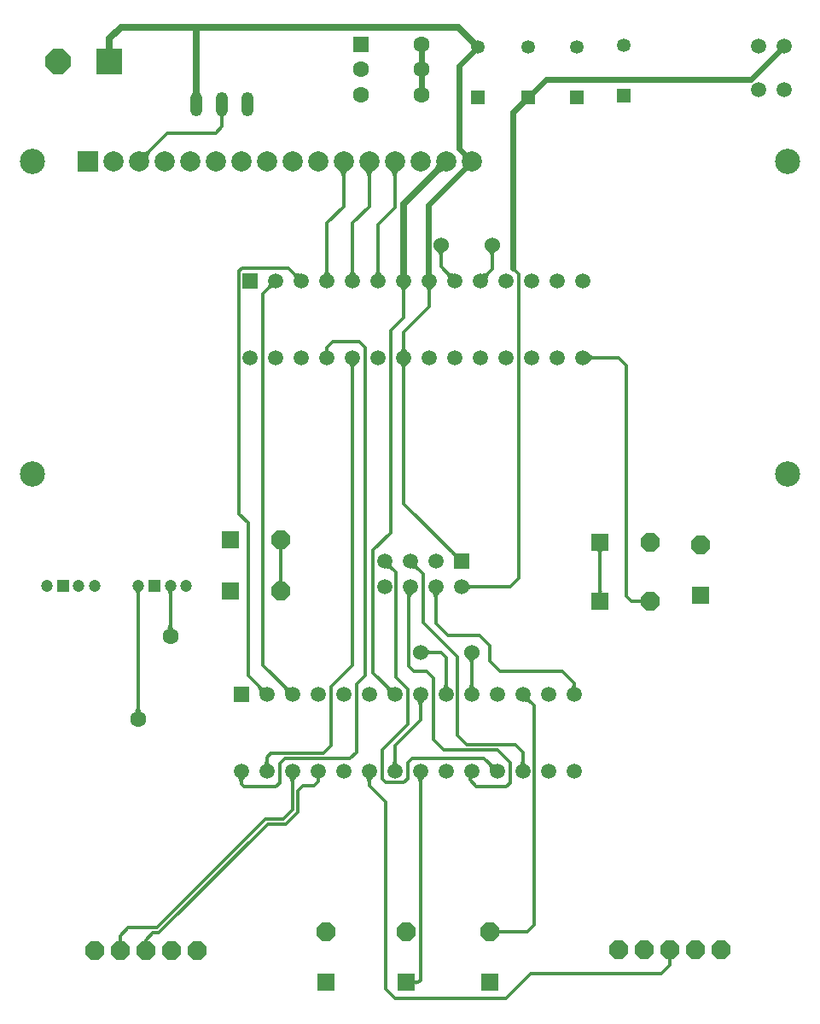
<source format=gtl>
G04 Layer_Physical_Order=1*
G04 Layer_Color=255*
%FSLAX25Y25*%
%MOIN*%
G70*
G01*
G75*
%ADD10C,0.01200*%
%ADD11C,0.02500*%
%ADD12C,0.02200*%
%ADD13R,0.05905X0.05905*%
%ADD14C,0.05905*%
%ADD15R,0.05315X0.05315*%
%ADD16C,0.05315*%
%ADD17O,0.04800X0.09600*%
%ADD18R,0.09842X0.09842*%
%ADD19P,0.10653X8X22.5*%
%ADD20P,0.07671X8X22.5*%
%ADD21R,0.07087X0.07087*%
%ADD22P,0.07671X8X112.5*%
%ADD23R,0.07087X0.07087*%
%ADD24C,0.09842*%
%ADD25R,0.07874X0.07874*%
%ADD26C,0.07874*%
%ADD27R,0.05905X0.05905*%
%ADD28C,0.04724*%
%ADD29R,0.04724X0.04724*%
%ADD30C,0.06000*%
%ADD31R,0.06299X0.06299*%
%ADD32C,0.06299*%
G36*
X375609Y437854D02*
X375635Y437567D01*
X375679Y437301D01*
X375740Y437058D01*
X375819Y436837D01*
X375916Y436637D01*
X376029Y436459D01*
X376161Y436303D01*
X376310Y436169D01*
X376476Y436057D01*
X373524D01*
X373690Y436169D01*
X373839Y436303D01*
X373971Y436459D01*
X374084Y436637D01*
X374181Y436837D01*
X374260Y437058D01*
X374321Y437301D01*
X374365Y437567D01*
X374391Y437854D01*
X374400Y438163D01*
X375600D01*
X375609Y437854D01*
D02*
G37*
G36*
X385609D02*
X385635Y437567D01*
X385679Y437301D01*
X385740Y437058D01*
X385819Y436837D01*
X385915Y436637D01*
X386029Y436459D01*
X386161Y436303D01*
X386310Y436169D01*
X386476Y436057D01*
X383524D01*
X383690Y436169D01*
X383839Y436303D01*
X383971Y436459D01*
X384085Y436637D01*
X384181Y436837D01*
X384260Y437058D01*
X384321Y437301D01*
X384365Y437567D01*
X384391Y437854D01*
X384400Y438163D01*
X385600D01*
X385609Y437854D01*
D02*
G37*
G36*
X425607Y437710D02*
X425628Y437443D01*
X425662Y437200D01*
X425710Y436981D01*
X425772Y436785D01*
X425848Y436612D01*
X425938Y436463D01*
X426041Y436337D01*
X426158Y436235D01*
X426289Y436156D01*
X423711D01*
X423842Y436235D01*
X423959Y436337D01*
X424062Y436463D01*
X424152Y436612D01*
X424228Y436785D01*
X424290Y436981D01*
X424338Y437200D01*
X424372Y437443D01*
X424393Y437710D01*
X424400Y438000D01*
X425600D01*
X425607Y437710D01*
D02*
G37*
G36*
X352352Y437009D02*
X352573Y436825D01*
X352792Y436668D01*
X353008Y436539D01*
X353220Y436439D01*
X353429Y436366D01*
X353636Y436320D01*
X353839Y436303D01*
X354039Y436314D01*
X354236Y436352D01*
X352148Y434264D01*
X352186Y434461D01*
X352197Y434661D01*
X352180Y434865D01*
X352134Y435071D01*
X352062Y435280D01*
X351961Y435493D01*
X351832Y435708D01*
X351675Y435926D01*
X351491Y436148D01*
X351279Y436373D01*
X352127Y437221D01*
X352352Y437009D01*
D02*
G37*
G36*
X407814Y432539D02*
X407803Y432339D01*
X407820Y432135D01*
X407865Y431929D01*
X407938Y431720D01*
X408039Y431507D01*
X408168Y431292D01*
X408325Y431074D01*
X408509Y430852D01*
X408721Y430627D01*
X407873Y429779D01*
X407648Y429991D01*
X407427Y430175D01*
X407208Y430332D01*
X406992Y430461D01*
X406780Y430561D01*
X406571Y430634D01*
X406364Y430680D01*
X406161Y430697D01*
X405961Y430686D01*
X405764Y430648D01*
X407852Y432736D01*
X407814Y432539D01*
D02*
G37*
G36*
X302352Y437009D02*
X302573Y436825D01*
X302792Y436668D01*
X303008Y436539D01*
X303220Y436439D01*
X303429Y436366D01*
X303636Y436320D01*
X303839Y436303D01*
X304039Y436314D01*
X304236Y436352D01*
X302148Y434264D01*
X302186Y434461D01*
X302197Y434661D01*
X302180Y434865D01*
X302134Y435071D01*
X302062Y435280D01*
X301961Y435493D01*
X301832Y435708D01*
X301675Y435926D01*
X301491Y436148D01*
X301279Y436373D01*
X302127Y437221D01*
X302352Y437009D01*
D02*
G37*
G36*
X312352D02*
X312574Y436825D01*
X312792Y436668D01*
X313007Y436539D01*
X313220Y436439D01*
X313429Y436366D01*
X313635Y436320D01*
X313839Y436303D01*
X314039Y436314D01*
X314236Y436352D01*
X312148Y434264D01*
X312186Y434461D01*
X312197Y434661D01*
X312180Y434865D01*
X312135Y435071D01*
X312062Y435280D01*
X311961Y435493D01*
X311832Y435708D01*
X311675Y435926D01*
X311491Y436148D01*
X311279Y436373D01*
X312127Y437221D01*
X312352Y437009D01*
D02*
G37*
G36*
X386329Y447287D02*
X386176Y447150D01*
X386041Y446991D01*
X385924Y446810D01*
X385825Y446607D01*
X385744Y446382D01*
X385681Y446134D01*
X385636Y445865D01*
X385609Y445574D01*
X385600Y445261D01*
X384400D01*
X384391Y445574D01*
X384364Y445865D01*
X384319Y446134D01*
X384256Y446382D01*
X384175Y446607D01*
X384076Y446810D01*
X383959Y446991D01*
X383824Y447150D01*
X383671Y447287D01*
X383500Y447402D01*
X386500D01*
X386329Y447287D01*
D02*
G37*
G36*
X372310Y472831D02*
X372161Y472697D01*
X372029Y472541D01*
X371916Y472363D01*
X371819Y472163D01*
X371740Y471942D01*
X371679Y471699D01*
X371635Y471433D01*
X371609Y471146D01*
X371600Y470837D01*
X370400D01*
X370391Y471146D01*
X370365Y471433D01*
X370321Y471699D01*
X370260Y471942D01*
X370181Y472163D01*
X370085Y472363D01*
X369971Y472541D01*
X369839Y472697D01*
X369690Y472831D01*
X369524Y472943D01*
X372476D01*
X372310Y472831D01*
D02*
G37*
G36*
X255771Y473877D02*
X255673Y473781D01*
X255586Y473664D01*
X255510Y473528D01*
X255446Y473372D01*
X255394Y473197D01*
X255353Y473002D01*
X255324Y472787D01*
X255307Y472552D01*
X255301Y472298D01*
X254101D01*
X254095Y472552D01*
X254048Y473002D01*
X254008Y473197D01*
X253956Y473372D01*
X253892Y473528D01*
X253816Y473664D01*
X253729Y473781D01*
X253630Y473877D01*
X253520Y473954D01*
X255882D01*
X255771Y473877D01*
D02*
G37*
G36*
X268370D02*
X268271Y473781D01*
X268184Y473664D01*
X268108Y473528D01*
X268044Y473372D01*
X267992Y473197D01*
X267951Y473002D01*
X267922Y472787D01*
X267905Y472552D01*
X267899Y472298D01*
X266699D01*
X266693Y472552D01*
X266647Y473002D01*
X266606Y473197D01*
X266554Y473372D01*
X266490Y473528D01*
X266414Y473664D01*
X266327Y473781D01*
X266229Y473877D01*
X266118Y473954D01*
X268480D01*
X268370Y473877D01*
D02*
G37*
G36*
X362116Y472766D02*
X361942Y472679D01*
X361787Y472567D01*
X361649Y472431D01*
X361530Y472269D01*
X361429Y472083D01*
X361347Y471873D01*
X361282Y471637D01*
X361237Y471377D01*
X361209Y471092D01*
X361200Y470782D01*
X360000Y470950D01*
X359992Y471258D01*
X359968Y471547D01*
X359927Y471817D01*
X359871Y472067D01*
X359798Y472299D01*
X359709Y472511D01*
X359604Y472704D01*
X359482Y472877D01*
X359345Y473031D01*
X359191Y473166D01*
X362116Y472766D01*
D02*
G37*
G36*
X367713Y451329D02*
X367850Y451176D01*
X368009Y451041D01*
X368190Y450924D01*
X368393Y450825D01*
X368618Y450744D01*
X368866Y450681D01*
X369135Y450636D01*
X369426Y450609D01*
X369739Y450600D01*
Y449400D01*
X369426Y449391D01*
X369135Y449364D01*
X368866Y449319D01*
X368618Y449256D01*
X368393Y449175D01*
X368190Y449076D01*
X368009Y448959D01*
X367850Y448824D01*
X367713Y448671D01*
X367598Y448500D01*
Y451500D01*
X367713Y451329D01*
D02*
G37*
G36*
X267909Y460974D02*
X267938Y460670D01*
X267987Y460388D01*
X268055Y460129D01*
X268143Y459892D01*
X268250Y459678D01*
X268377Y459486D01*
X268523Y459317D01*
X268689Y459171D01*
X268874Y459047D01*
X265724D01*
X265910Y459171D01*
X266075Y459317D01*
X266221Y459486D01*
X266348Y459678D01*
X266456Y459892D01*
X266543Y460129D01*
X266612Y460388D01*
X266660Y460670D01*
X266689Y460974D01*
X266699Y461301D01*
X267899D01*
X267909Y460974D01*
D02*
G37*
G36*
X451323Y468800D02*
X451311Y468914D01*
X451275Y469016D01*
X451214Y469106D01*
X451129Y469184D01*
X451020Y469250D01*
X450887Y469304D01*
X450729Y469346D01*
X450548Y469376D01*
X450342Y469394D01*
X450111Y469400D01*
Y470600D01*
X450342Y470606D01*
X450548Y470624D01*
X450729Y470654D01*
X450887Y470696D01*
X451020Y470750D01*
X451129Y470816D01*
X451214Y470894D01*
X451275Y470984D01*
X451311Y471086D01*
X451323Y471200D01*
Y468800D01*
D02*
G37*
G36*
X366310Y430831D02*
X366161Y430697D01*
X366029Y430541D01*
X365915Y430363D01*
X365819Y430163D01*
X365740Y429942D01*
X365679Y429699D01*
X365635Y429433D01*
X365609Y429146D01*
X365600Y428837D01*
X364400D01*
X364391Y429146D01*
X364365Y429433D01*
X364321Y429699D01*
X364260Y429942D01*
X364181Y430163D01*
X364085Y430363D01*
X363971Y430541D01*
X363839Y430697D01*
X363690Y430831D01*
X363524Y430943D01*
X366476D01*
X366310Y430831D01*
D02*
G37*
G36*
X395543Y341929D02*
X395579Y341827D01*
X395639Y341737D01*
X395723Y341659D01*
X395831Y341593D01*
X395963Y341539D01*
X396119Y341497D01*
X396299Y341467D01*
X396503Y341449D01*
X396731Y341443D01*
Y340243D01*
X396503Y340237D01*
X396299Y340219D01*
X396119Y340189D01*
X395963Y340147D01*
X395831Y340093D01*
X395723Y340027D01*
X395639Y339949D01*
X395579Y339859D01*
X395543Y339757D01*
X395531Y339643D01*
Y342043D01*
X395543Y341929D01*
D02*
G37*
G36*
X296310Y400831D02*
X296161Y400697D01*
X296029Y400541D01*
X295916Y400363D01*
X295819Y400163D01*
X295740Y399942D01*
X295679Y399699D01*
X295635Y399433D01*
X295609Y399146D01*
X295600Y398837D01*
X294400D01*
X294391Y399146D01*
X294365Y399433D01*
X294321Y399699D01*
X294260Y399942D01*
X294181Y400163D01*
X294085Y400363D01*
X293971Y400541D01*
X293839Y400697D01*
X293690Y400831D01*
X293524Y400943D01*
X296476D01*
X296310Y400831D01*
D02*
G37*
G36*
X316310D02*
X316161Y400697D01*
X316029Y400541D01*
X315915Y400363D01*
X315819Y400163D01*
X315740Y399942D01*
X315679Y399699D01*
X315635Y399433D01*
X315609Y399146D01*
X315600Y398837D01*
X314400D01*
X314391Y399146D01*
X314365Y399433D01*
X314321Y399699D01*
X314260Y399942D01*
X314181Y400163D01*
X314085Y400363D01*
X313971Y400541D01*
X313839Y400697D01*
X313690Y400831D01*
X313524Y400943D01*
X316476D01*
X316310Y400831D01*
D02*
G37*
G36*
X258282Y337555D02*
X258313Y337046D01*
X258322Y337026D01*
X258331Y337019D01*
X257031D01*
X257041Y337026D01*
X257049Y337046D01*
X257057Y337079D01*
X257063Y337125D01*
X257073Y337258D01*
X257081Y337681D01*
X258281D01*
X258282Y337555D01*
D02*
G37*
G36*
X363031Y322183D02*
X363065Y322094D01*
X363122Y322015D01*
X363201Y321947D01*
X363304Y321889D01*
X363429Y321842D01*
X363577Y321805D01*
X363748Y321778D01*
X363941Y321763D01*
X364157Y321757D01*
Y320557D01*
X363941Y320552D01*
X363748Y320536D01*
X363577Y320510D01*
X363429Y320473D01*
X363304Y320426D01*
X363201Y320368D01*
X363122Y320300D01*
X363065Y320221D01*
X363031Y320131D01*
X363019Y320031D01*
Y322284D01*
X363031Y322183D01*
D02*
G37*
G36*
X463586Y330469D02*
X463484Y330432D01*
X463394Y330372D01*
X463316Y330287D01*
X463250Y330178D01*
X463196Y330044D01*
X463154Y329887D01*
X463124Y329705D01*
X463106Y329499D01*
X463100Y329269D01*
X461900D01*
X461894Y329499D01*
X461876Y329705D01*
X461846Y329887D01*
X461804Y330044D01*
X461750Y330178D01*
X461684Y330287D01*
X461606Y330372D01*
X461516Y330432D01*
X461414Y330469D01*
X461300Y330481D01*
X463700D01*
X463586Y330469D01*
D02*
G37*
G36*
X248287Y338001D02*
X248305Y337795D01*
X248335Y337613D01*
X248377Y337456D01*
X248431Y337322D01*
X248497Y337213D01*
X248575Y337128D01*
X248665Y337068D01*
X248767Y337031D01*
X248881Y337019D01*
X246481D01*
X246595Y337031D01*
X246697Y337068D01*
X246787Y337128D01*
X246865Y337213D01*
X246931Y337322D01*
X246985Y337456D01*
X247027Y337613D01*
X247057Y337795D01*
X247075Y338001D01*
X247081Y338231D01*
X248281D01*
X248287Y338001D01*
D02*
G37*
G36*
X346310Y400831D02*
X346161Y400697D01*
X346029Y400541D01*
X345916Y400363D01*
X345819Y400163D01*
X345740Y399942D01*
X345679Y399699D01*
X345635Y399433D01*
X345609Y399146D01*
X345600Y398837D01*
X344400D01*
X344391Y399146D01*
X344365Y399433D01*
X344321Y399699D01*
X344260Y399942D01*
X344181Y400163D01*
X344085Y400363D01*
X343971Y400541D01*
X343839Y400697D01*
X343690Y400831D01*
X343524Y400943D01*
X346476D01*
X346310Y400831D01*
D02*
G37*
G36*
X355609Y407854D02*
X355635Y407567D01*
X355679Y407301D01*
X355740Y407058D01*
X355819Y406837D01*
X355915Y406637D01*
X356029Y406459D01*
X356161Y406303D01*
X356310Y406169D01*
X356476Y406057D01*
X353524D01*
X353690Y406169D01*
X353839Y406303D01*
X353971Y406459D01*
X354084Y406637D01*
X354181Y406837D01*
X354260Y407058D01*
X354321Y407301D01*
X354365Y407567D01*
X354391Y407854D01*
X354400Y408163D01*
X355600D01*
X355609Y407854D01*
D02*
G37*
G36*
X405609D02*
X405635Y407567D01*
X405679Y407301D01*
X405740Y407058D01*
X405819Y406837D01*
X405915Y406637D01*
X406029Y406459D01*
X406161Y406303D01*
X406310Y406169D01*
X406476Y406057D01*
X403524D01*
X403690Y406169D01*
X403839Y406303D01*
X403971Y406459D01*
X404084Y406637D01*
X404181Y406837D01*
X404260Y407058D01*
X404321Y407301D01*
X404365Y407567D01*
X404391Y407854D01*
X404400Y408163D01*
X405600D01*
X405609Y407854D01*
D02*
G37*
G36*
X255311Y428676D02*
X255340Y428371D01*
X255388Y428090D01*
X255457Y427830D01*
X255544Y427594D01*
X255652Y427380D01*
X255779Y427188D01*
X255925Y427019D01*
X256090Y426873D01*
X256276Y426749D01*
X253126D01*
X253311Y426873D01*
X253477Y427019D01*
X253623Y427188D01*
X253750Y427380D01*
X253857Y427594D01*
X253945Y427830D01*
X254013Y428090D01*
X254062Y428371D01*
X254091Y428676D01*
X254101Y429003D01*
X255301D01*
X255311Y428676D01*
D02*
G37*
G36*
X305609Y407854D02*
X305635Y407567D01*
X305679Y407301D01*
X305740Y407058D01*
X305819Y406837D01*
X305915Y406637D01*
X306029Y406459D01*
X306161Y406303D01*
X306310Y406169D01*
X306476Y406057D01*
X303524D01*
X303690Y406169D01*
X303839Y406303D01*
X303971Y406459D01*
X304084Y406637D01*
X304181Y406837D01*
X304260Y407058D01*
X304321Y407301D01*
X304365Y407567D01*
X304391Y407854D01*
X304400Y408163D01*
X305600D01*
X305609Y407854D01*
D02*
G37*
G36*
X366310Y400831D02*
X366161Y400697D01*
X366029Y400541D01*
X365915Y400363D01*
X365819Y400163D01*
X365740Y399942D01*
X365679Y399699D01*
X365635Y399433D01*
X365609Y399146D01*
X365600Y398837D01*
X364400D01*
X364391Y399146D01*
X364365Y399433D01*
X364321Y399699D01*
X364260Y399942D01*
X364181Y400163D01*
X364085Y400363D01*
X363971Y400541D01*
X363839Y400697D01*
X363690Y400831D01*
X363524Y400943D01*
X366476D01*
X366310Y400831D01*
D02*
G37*
G36*
X325821Y400652D02*
X325775Y400605D01*
X325734Y400538D01*
X325698Y400450D01*
X325668Y400342D01*
X325644Y400214D01*
X325624Y400066D01*
X325603Y399709D01*
X325600Y399500D01*
X324400D01*
X324397Y399709D01*
X324356Y400214D01*
X324332Y400342D01*
X324302Y400450D01*
X324266Y400538D01*
X324225Y400605D01*
X324179Y400652D01*
X324127Y400679D01*
X325873D01*
X325821Y400652D01*
D02*
G37*
G36*
X392352Y407009D02*
X392573Y406825D01*
X392792Y406668D01*
X393007Y406539D01*
X393220Y406438D01*
X393429Y406365D01*
X393636Y406320D01*
X393839Y406303D01*
X394039Y406314D01*
X394236Y406352D01*
X392148Y404264D01*
X392186Y404461D01*
X392197Y404661D01*
X392180Y404865D01*
X392134Y405071D01*
X392061Y405280D01*
X391961Y405492D01*
X391832Y405708D01*
X391675Y405927D01*
X391491Y406148D01*
X391279Y406373D01*
X392127Y407221D01*
X392352Y407009D01*
D02*
G37*
G36*
X349109Y599354D02*
X349135Y599067D01*
X349179Y598801D01*
X349240Y598558D01*
X349319Y598337D01*
X349415Y598137D01*
X349529Y597959D01*
X349661Y597803D01*
X349810Y597669D01*
X349976Y597557D01*
X347024D01*
X347190Y597669D01*
X347339Y597803D01*
X347471Y597959D01*
X347585Y598137D01*
X347681Y598337D01*
X347760Y598558D01*
X347821Y598801D01*
X347865Y599067D01*
X347891Y599354D01*
X347900Y599663D01*
X349100D01*
X349109Y599354D01*
D02*
G37*
G36*
X359752Y599111D02*
X359832Y597922D01*
X359861Y597782D01*
X359895Y597675D01*
X359933Y597600D01*
X359976Y597557D01*
X357024D01*
X357067Y597600D01*
X357105Y597675D01*
X357139Y597782D01*
X357169Y597922D01*
X357193Y598095D01*
X357230Y598538D01*
X357250Y599447D01*
X359750D01*
X359752Y599111D01*
D02*
G37*
G36*
X392221Y597873D02*
X392009Y597648D01*
X391825Y597427D01*
X391668Y597208D01*
X391539Y596992D01*
X391439Y596780D01*
X391366Y596571D01*
X391320Y596364D01*
X391303Y596161D01*
X391314Y595961D01*
X391352Y595764D01*
X389264Y597852D01*
X389461Y597814D01*
X389661Y597803D01*
X389864Y597820D01*
X390071Y597865D01*
X390280Y597938D01*
X390493Y598039D01*
X390708Y598168D01*
X390927Y598325D01*
X391148Y598509D01*
X391373Y598721D01*
X392221Y597873D01*
D02*
G37*
G36*
X339109Y599354D02*
X339135Y599067D01*
X339179Y598801D01*
X339240Y598558D01*
X339319Y598337D01*
X339416Y598137D01*
X339529Y597959D01*
X339661Y597803D01*
X339810Y597669D01*
X339976Y597557D01*
X337024D01*
X337190Y597669D01*
X337339Y597803D01*
X337471Y597959D01*
X337584Y598137D01*
X337681Y598337D01*
X337760Y598558D01*
X337821Y598801D01*
X337865Y599067D01*
X337891Y599354D01*
X337900Y599663D01*
X339100D01*
X339109Y599354D01*
D02*
G37*
G36*
X315852Y598509D02*
X316073Y598325D01*
X316292Y598168D01*
X316508Y598039D01*
X316720Y597938D01*
X316929Y597865D01*
X317136Y597820D01*
X317339Y597803D01*
X317539Y597814D01*
X317736Y597852D01*
X315648Y595764D01*
X315686Y595961D01*
X315697Y596161D01*
X315680Y596364D01*
X315634Y596571D01*
X315562Y596780D01*
X315461Y596992D01*
X315332Y597208D01*
X315175Y597427D01*
X314991Y597648D01*
X314779Y597873D01*
X315627Y598721D01*
X315852Y598509D01*
D02*
G37*
G36*
X375852D02*
X376074Y598325D01*
X376292Y598168D01*
X376507Y598039D01*
X376720Y597938D01*
X376929Y597865D01*
X377135Y597820D01*
X377339Y597803D01*
X377539Y597814D01*
X377736Y597852D01*
X375648Y595764D01*
X375686Y595961D01*
X375697Y596161D01*
X375680Y596364D01*
X375635Y596571D01*
X375561Y596780D01*
X375461Y596992D01*
X375332Y597208D01*
X375175Y597427D01*
X374991Y597648D01*
X374779Y597873D01*
X375627Y598721D01*
X375852Y598509D01*
D02*
G37*
G36*
X329109Y599354D02*
X329135Y599067D01*
X329179Y598801D01*
X329240Y598558D01*
X329319Y598337D01*
X329415Y598137D01*
X329529Y597959D01*
X329661Y597803D01*
X329810Y597669D01*
X329976Y597557D01*
X327024D01*
X327190Y597669D01*
X327339Y597803D01*
X327471Y597959D01*
X327585Y598137D01*
X327681Y598337D01*
X327760Y598558D01*
X327821Y598801D01*
X327865Y599067D01*
X327891Y599354D01*
X327900Y599663D01*
X329100D01*
X329109Y599354D01*
D02*
G37*
G36*
X374329Y606287D02*
X374176Y606150D01*
X374041Y605991D01*
X373924Y605810D01*
X373825Y605607D01*
X373744Y605382D01*
X373681Y605134D01*
X373636Y604865D01*
X373609Y604574D01*
X373600Y604261D01*
X372400D01*
X372391Y604574D01*
X372364Y604865D01*
X372319Y605134D01*
X372256Y605382D01*
X372175Y605607D01*
X372076Y605810D01*
X371959Y605991D01*
X371824Y606150D01*
X371671Y606287D01*
X371500Y606402D01*
X374500D01*
X374329Y606287D01*
D02*
G37*
G36*
X373981Y637697D02*
X373813Y637722D01*
X373628Y637710D01*
X373428Y637662D01*
X373211Y637578D01*
X372978Y637457D01*
X372730Y637299D01*
X372465Y637106D01*
X372184Y636875D01*
X371574Y636306D01*
X369806Y638074D01*
X370109Y638387D01*
X370606Y638965D01*
X370799Y639230D01*
X370957Y639478D01*
X371078Y639711D01*
X371162Y639928D01*
X371210Y640128D01*
X371222Y640313D01*
X371197Y640481D01*
X373981Y637697D01*
D02*
G37*
G36*
X259846Y645497D02*
X259574Y645206D01*
X259340Y644914D01*
X259142Y644620D01*
X258982Y644324D01*
X258859Y644027D01*
X258773Y643728D01*
X258725Y643428D01*
X258714Y643127D01*
X258740Y642824D01*
X258803Y642519D01*
X256019Y645303D01*
X256324Y645240D01*
X256627Y645214D01*
X256928Y645225D01*
X257228Y645273D01*
X257527Y645359D01*
X257824Y645482D01*
X258120Y645642D01*
X258414Y645840D01*
X258706Y646074D01*
X258997Y646346D01*
X259846Y645497D01*
D02*
G37*
G36*
X288581Y659530D02*
X288480Y659486D01*
X288391Y659413D01*
X288314Y659311D01*
X288249Y659180D01*
X288195Y659020D01*
X288154Y658830D01*
X288124Y658611D01*
X288106Y658363D01*
X288100Y658087D01*
X286900D01*
X286894Y658363D01*
X286846Y658830D01*
X286805Y659020D01*
X286751Y659180D01*
X286686Y659311D01*
X286609Y659413D01*
X286520Y659486D01*
X286419Y659530D01*
X286306Y659544D01*
X288694D01*
X288581Y659530D01*
D02*
G37*
G36*
X356709Y637920D02*
X356476Y637724D01*
X356271Y637503D01*
X356093Y637256D01*
X355942Y636984D01*
X355819Y636688D01*
X355723Y636365D01*
X355655Y636018D01*
X355614Y635645D01*
X355600Y635247D01*
X354400D01*
X354386Y635645D01*
X354345Y636018D01*
X354277Y636365D01*
X354181Y636688D01*
X354058Y636984D01*
X353907Y637256D01*
X353729Y637503D01*
X353524Y637724D01*
X353292Y637920D01*
X353031Y638090D01*
X356968D01*
X356709Y637920D01*
D02*
G37*
G36*
X394329Y606287D02*
X394176Y606150D01*
X394041Y605991D01*
X393924Y605810D01*
X393825Y605607D01*
X393744Y605382D01*
X393681Y605134D01*
X393636Y604865D01*
X393609Y604574D01*
X393600Y604261D01*
X392400D01*
X392391Y604574D01*
X392364Y604865D01*
X392319Y605134D01*
X392256Y605382D01*
X392175Y605607D01*
X392076Y605810D01*
X391959Y605991D01*
X391824Y606150D01*
X391671Y606287D01*
X391500Y606402D01*
X394500D01*
X394329Y606287D01*
D02*
G37*
G36*
X336708Y637920D02*
X336476Y637724D01*
X336271Y637503D01*
X336093Y637256D01*
X335942Y636984D01*
X335819Y636688D01*
X335723Y636365D01*
X335655Y636018D01*
X335614Y635645D01*
X335600Y635247D01*
X334400D01*
X334386Y635645D01*
X334345Y636018D01*
X334277Y636365D01*
X334181Y636688D01*
X334058Y636984D01*
X333907Y637256D01*
X333729Y637503D01*
X333524Y637724D01*
X333292Y637920D01*
X333032Y638090D01*
X336968D01*
X336708Y637920D01*
D02*
G37*
G36*
X346708D02*
X346476Y637724D01*
X346271Y637503D01*
X346093Y637256D01*
X345942Y636984D01*
X345819Y636688D01*
X345723Y636365D01*
X345655Y636018D01*
X345614Y635645D01*
X345600Y635247D01*
X344400D01*
X344386Y635645D01*
X344345Y636018D01*
X344277Y636365D01*
X344181Y636688D01*
X344058Y636984D01*
X343907Y637256D01*
X343729Y637503D01*
X343524Y637724D01*
X343291Y637920D01*
X343032Y638090D01*
X346969D01*
X346708Y637920D01*
D02*
G37*
G36*
X307736Y592148D02*
X307539Y592186D01*
X307339Y592197D01*
X307136Y592180D01*
X306929Y592135D01*
X306720Y592062D01*
X306507Y591961D01*
X306292Y591832D01*
X306073Y591675D01*
X305852Y591491D01*
X305627Y591279D01*
X304779Y592127D01*
X304991Y592352D01*
X305175Y592573D01*
X305332Y592792D01*
X305461Y593008D01*
X305561Y593220D01*
X305634Y593429D01*
X305680Y593636D01*
X305697Y593839D01*
X305686Y594039D01*
X305648Y594236D01*
X307736Y592148D01*
D02*
G37*
G36*
X363814Y484539D02*
X363803Y484339D01*
X363820Y484135D01*
X363865Y483929D01*
X363938Y483720D01*
X364039Y483507D01*
X364168Y483292D01*
X364325Y483074D01*
X364509Y482852D01*
X364721Y482627D01*
X363873Y481779D01*
X363648Y481991D01*
X363426Y482175D01*
X363208Y482332D01*
X362993Y482461D01*
X362780Y482561D01*
X362571Y482634D01*
X362365Y482680D01*
X362161Y482697D01*
X361961Y482686D01*
X361764Y482648D01*
X363852Y484736D01*
X363814Y484539D01*
D02*
G37*
G36*
X378306Y489050D02*
X378749Y488675D01*
X378945Y488538D01*
X379123Y488435D01*
X379284Y488366D01*
X379428Y488331D01*
X379555Y488329D01*
X379664Y488362D01*
X379756Y488429D01*
X378071Y486744D01*
X378138Y486836D01*
X378171Y486945D01*
X378169Y487072D01*
X378134Y487216D01*
X378065Y487377D01*
X377962Y487555D01*
X377825Y487751D01*
X377654Y487964D01*
X377211Y488441D01*
X378059Y489289D01*
X378306Y489050D01*
D02*
G37*
G36*
X436243Y489457D02*
X436141Y489421D01*
X436051Y489361D01*
X435973Y489277D01*
X435907Y489169D01*
X435853Y489037D01*
X435811Y488881D01*
X435781Y488701D01*
X435763Y488497D01*
X435757Y488269D01*
X434557D01*
X434551Y488497D01*
X434533Y488701D01*
X434503Y488881D01*
X434461Y489037D01*
X434407Y489169D01*
X434341Y489277D01*
X434263Y489361D01*
X434173Y489421D01*
X434071Y489457D01*
X433957Y489469D01*
X436357D01*
X436243Y489457D01*
D02*
G37*
G36*
X353814Y484539D02*
X353803Y484339D01*
X353820Y484135D01*
X353866Y483929D01*
X353939Y483720D01*
X354039Y483507D01*
X354168Y483292D01*
X354325Y483074D01*
X354509Y482852D01*
X354721Y482627D01*
X353873Y481779D01*
X353648Y481991D01*
X353427Y482175D01*
X353208Y482332D01*
X352993Y482461D01*
X352780Y482561D01*
X352571Y482634D01*
X352364Y482680D01*
X352161Y482697D01*
X351961Y482686D01*
X351764Y482648D01*
X353852Y484736D01*
X353814Y484539D01*
D02*
G37*
G36*
X435763Y474501D02*
X435781Y474295D01*
X435811Y474113D01*
X435853Y473956D01*
X435907Y473822D01*
X435973Y473713D01*
X436051Y473628D01*
X436141Y473568D01*
X436243Y473531D01*
X436357Y473519D01*
X433957D01*
X434071Y473531D01*
X434173Y473568D01*
X434263Y473628D01*
X434341Y473713D01*
X434407Y473822D01*
X434461Y473956D01*
X434503Y474113D01*
X434533Y474295D01*
X434551Y474501D01*
X434557Y474731D01*
X435757D01*
X435763Y474501D01*
D02*
G37*
G36*
X383669Y476810D02*
X383803Y476661D01*
X383959Y476529D01*
X384137Y476415D01*
X384337Y476319D01*
X384558Y476240D01*
X384801Y476179D01*
X385067Y476135D01*
X385354Y476109D01*
X385663Y476100D01*
Y474900D01*
X385354Y474891D01*
X385067Y474865D01*
X384801Y474821D01*
X384558Y474760D01*
X384337Y474681D01*
X384137Y474584D01*
X383959Y474471D01*
X383803Y474339D01*
X383669Y474190D01*
X383557Y474024D01*
Y476976D01*
X383669Y476810D01*
D02*
G37*
G36*
X310949Y478501D02*
X310967Y478295D01*
X310997Y478113D01*
X311039Y477956D01*
X311093Y477822D01*
X311159Y477713D01*
X311237Y477628D01*
X311327Y477568D01*
X311429Y477531D01*
X311543Y477519D01*
X309143D01*
X309257Y477531D01*
X309359Y477568D01*
X309449Y477628D01*
X309527Y477713D01*
X309593Y477822D01*
X309647Y477956D01*
X309689Y478113D01*
X309719Y478295D01*
X309737Y478501D01*
X309743Y478731D01*
X310943D01*
X310949Y478501D01*
D02*
G37*
G36*
X311429Y490469D02*
X311327Y490432D01*
X311237Y490372D01*
X311159Y490287D01*
X311093Y490178D01*
X311039Y490044D01*
X310997Y489887D01*
X310967Y489705D01*
X310949Y489499D01*
X310943Y489269D01*
X309743D01*
X309737Y489499D01*
X309719Y489705D01*
X309689Y489887D01*
X309647Y490044D01*
X309593Y490178D01*
X309527Y490287D01*
X309449Y490372D01*
X309359Y490432D01*
X309257Y490469D01*
X309143Y490481D01*
X311543D01*
X311429Y490469D01*
D02*
G37*
G36*
X329103Y568791D02*
X329144Y568286D01*
X329168Y568158D01*
X329198Y568050D01*
X329234Y567962D01*
X329275Y567895D01*
X329321Y567848D01*
X329373Y567821D01*
X327627D01*
X327679Y567848D01*
X327726Y567895D01*
X327766Y567962D01*
X327802Y568050D01*
X327832Y568158D01*
X327856Y568286D01*
X327875Y568434D01*
X327897Y568791D01*
X327900Y569000D01*
X329100D01*
X329103Y568791D01*
D02*
G37*
G36*
X359330Y594038D02*
X359282Y593917D01*
X359239Y593753D01*
X359202Y593546D01*
X359145Y593003D01*
X359119Y592443D01*
X359976D01*
X359810Y592331D01*
X359661Y592197D01*
X359529Y592041D01*
X359416Y591863D01*
X359319Y591663D01*
X359240Y591442D01*
X359179Y591199D01*
X359135Y590933D01*
X359109Y590646D01*
X359100Y590337D01*
X357900D01*
X357891Y590646D01*
X357865Y590933D01*
X357821Y591199D01*
X357760Y591442D01*
X357681Y591663D01*
X357585Y591863D01*
X357471Y592041D01*
X357339Y592197D01*
X357190Y592331D01*
X357024Y592443D01*
X357863D01*
X357798Y593546D01*
X357761Y593753D01*
X357718Y593917D01*
X357670Y594038D01*
X357616Y594117D01*
X359384D01*
X359330Y594038D01*
D02*
G37*
G36*
X369810Y592331D02*
X369661Y592197D01*
X369529Y592041D01*
X369415Y591863D01*
X369319Y591663D01*
X369240Y591442D01*
X369179Y591199D01*
X369135Y590933D01*
X369109Y590646D01*
X369100Y590337D01*
X367900D01*
X367891Y590646D01*
X367865Y590933D01*
X367821Y591199D01*
X367760Y591442D01*
X367681Y591663D01*
X367584Y591863D01*
X367471Y592041D01*
X367339Y592197D01*
X367190Y592331D01*
X367024Y592443D01*
X369976D01*
X369810Y592331D01*
D02*
G37*
G36*
X359109Y569354D02*
X359135Y569067D01*
X359179Y568801D01*
X359240Y568558D01*
X359319Y568337D01*
X359416Y568137D01*
X359529Y567959D01*
X359661Y567803D01*
X359810Y567669D01*
X359976Y567557D01*
X357024D01*
X357190Y567669D01*
X357339Y567803D01*
X357471Y567959D01*
X357585Y568137D01*
X357681Y568337D01*
X357760Y568558D01*
X357821Y568801D01*
X357865Y569067D01*
X357891Y569354D01*
X357900Y569663D01*
X359100D01*
X359109Y569354D01*
D02*
G37*
G36*
X339810Y562331D02*
X339661Y562197D01*
X339529Y562041D01*
X339416Y561863D01*
X339319Y561663D01*
X339240Y561442D01*
X339179Y561199D01*
X339135Y560933D01*
X339109Y560646D01*
X339100Y560337D01*
X337900D01*
X337891Y560646D01*
X337865Y560933D01*
X337821Y561199D01*
X337760Y561442D01*
X337681Y561663D01*
X337584Y561863D01*
X337471Y562041D01*
X337339Y562197D01*
X337190Y562331D01*
X337024Y562443D01*
X339976D01*
X339810Y562331D01*
D02*
G37*
G36*
X359810D02*
X359661Y562197D01*
X359529Y562041D01*
X359416Y561863D01*
X359319Y561663D01*
X359240Y561442D01*
X359179Y561199D01*
X359135Y560933D01*
X359109Y560646D01*
X359100Y560337D01*
X357900D01*
X357891Y560646D01*
X357865Y560933D01*
X357821Y561199D01*
X357760Y561442D01*
X357681Y561663D01*
X357585Y561863D01*
X357471Y562041D01*
X357339Y562197D01*
X357190Y562331D01*
X357024Y562443D01*
X359976D01*
X359810Y562331D01*
D02*
G37*
G36*
X431169Y566310D02*
X431303Y566161D01*
X431459Y566029D01*
X431637Y565915D01*
X431837Y565819D01*
X432058Y565740D01*
X432301Y565679D01*
X432567Y565635D01*
X432854Y565609D01*
X433163Y565600D01*
Y564400D01*
X432854Y564391D01*
X432567Y564365D01*
X432301Y564321D01*
X432058Y564260D01*
X431837Y564181D01*
X431637Y564084D01*
X431459Y563971D01*
X431303Y563839D01*
X431169Y563690D01*
X431057Y563524D01*
Y566476D01*
X431169Y566310D01*
D02*
G37*
D10*
X435157Y470000D02*
Y493000D01*
X358500Y580500D02*
Y595000D01*
X365000Y322000D02*
Y403500D01*
X364157Y321157D02*
X365000Y322000D01*
X359500Y321157D02*
X364157D01*
X353500Y575500D02*
X358500Y580500D01*
X353500Y496700D02*
Y575500D01*
X346600Y489800D02*
X353500Y496700D01*
X346600Y441900D02*
X355000Y433500D01*
X346600Y441900D02*
Y489800D01*
X462500Y328000D02*
Y334000D01*
X462000Y333500D02*
X462500Y334000D01*
X459000Y324500D02*
X462500Y328000D01*
X408000Y324500D02*
X459000D01*
X398500Y315000D02*
X408000Y324500D01*
X345000Y398000D02*
X351500Y391500D01*
X345000Y398000D02*
Y403500D01*
X351500Y318500D02*
X355000Y315000D01*
X398500D01*
X351500Y318500D02*
Y391500D01*
X325000Y399500D02*
Y403500D01*
X323500Y398000D02*
X325000Y399500D01*
X316987Y395987D02*
X319000Y398000D01*
X323500D01*
X316987Y387677D02*
Y395987D01*
X312323Y383013D02*
X316987Y387677D01*
X262823Y340513D02*
X305323Y383013D01*
X312323D01*
X257681Y337681D02*
X260513Y340513D01*
X262823D01*
X257681Y333500D02*
Y337681D01*
X315000Y388500D02*
Y403500D01*
X311500Y385000D02*
X315000Y388500D01*
X304500Y385000D02*
X311500D01*
X262000Y342500D02*
X304500Y385000D01*
X247681Y339319D02*
X250862Y342500D01*
X262000D01*
X247681Y333500D02*
Y339319D01*
X396000Y442500D02*
X420500D01*
X425000Y438000D01*
X392000Y446500D02*
Y452500D01*
Y446500D02*
X396000Y442500D01*
X425000Y433500D02*
Y438000D01*
X371000Y461211D02*
Y475500D01*
X375711Y456500D02*
X388000D01*
X392000Y452500D01*
X371000Y461211D02*
X375711Y456500D01*
X405000Y433500D02*
X409400Y429100D01*
Y343400D02*
Y429100D01*
X406843Y340843D02*
X409400Y343400D01*
X392000Y340843D02*
X406843D01*
X358500Y575000D02*
X368500Y585000D01*
Y595000D01*
X358500Y508000D02*
Y565000D01*
Y575000D01*
X365000Y423500D02*
Y433500D01*
X358500Y508000D02*
X381000Y485500D01*
X355000Y413500D02*
X365000Y423500D01*
X355000Y403500D02*
Y413500D01*
X310343Y474000D02*
Y494000D01*
X285000Y652700D02*
X287500Y655200D01*
Y664000D01*
X266200Y652700D02*
X285000D01*
X255000Y641500D02*
X266200Y652700D01*
X328500Y617500D02*
X335000Y624000D01*
Y641500D01*
X328500Y595000D02*
Y617500D01*
X338500D02*
X345000Y624000D01*
Y641500D01*
X338500Y595000D02*
Y617500D01*
X348500Y617000D02*
X355000Y623500D01*
Y641500D01*
X348500Y595000D02*
Y617000D01*
X442500Y565000D02*
X445600Y561900D01*
Y471900D02*
Y561900D01*
X447500Y470000D02*
X454843D01*
X445600Y471900D02*
X447500Y470000D01*
X428500Y565000D02*
X442500D01*
X338500Y445000D02*
Y565000D01*
X330000Y413500D02*
Y436500D01*
X338500Y445000D01*
X326987Y410487D02*
X330000Y413500D01*
X306487Y410487D02*
X326987D01*
X305000Y409000D02*
X306487Y410487D01*
X305000Y403500D02*
Y409000D01*
X330800Y571300D02*
X341200D01*
X343500Y569000D01*
X328500D02*
X330800Y571300D01*
X328500Y565000D02*
Y569000D01*
X343500Y441000D02*
Y569000D01*
X340000Y437500D02*
X343500Y441000D01*
X340000Y411000D02*
Y437500D01*
X337500Y408500D02*
X340000Y411000D01*
X312000Y408500D02*
X337500D01*
X310000Y406500D02*
X312000Y408500D01*
X310000Y399000D02*
Y406500D01*
X308500Y397500D02*
X310000Y399000D01*
X296000Y397500D02*
X308500D01*
X295000Y398500D02*
Y403500D01*
Y398500D02*
X296000Y397500D01*
X361750Y408650D02*
X389850D01*
X360000Y406900D02*
X361750Y408650D01*
X355400Y440300D02*
X360000Y435700D01*
Y422000D02*
Y435700D01*
X389850Y408650D02*
X395000Y403500D01*
X360000Y400500D02*
Y406900D01*
X358600Y399100D02*
X360000Y400500D01*
X351000Y485500D02*
X355400Y481100D01*
Y440300D02*
Y481100D01*
X350000Y412000D02*
X360000Y422000D01*
X351400Y399100D02*
X358600D01*
X350000Y400500D02*
Y412000D01*
Y400500D02*
X351400Y399100D01*
X383013Y413987D02*
X402013D01*
X405000Y411000D01*
X379400Y417600D02*
X383013Y413987D01*
X405000Y403500D02*
Y411000D01*
X361000Y485500D02*
X366000Y480500D01*
Y461500D02*
X379400Y448100D01*
Y417600D02*
Y448100D01*
X366000Y461500D02*
Y480500D01*
X254701Y424021D02*
Y476000D01*
X267299Y456320D02*
Y476000D01*
X373000Y600500D02*
Y609000D01*
Y600500D02*
X378500Y595000D01*
X393000Y599500D02*
Y609000D01*
X388500Y595000D02*
X393000Y599500D01*
X373000Y450000D02*
X375000Y448000D01*
Y433500D02*
Y448000D01*
X365000Y450000D02*
X373000D01*
X385000Y433500D02*
Y450000D01*
X303500Y590000D02*
X308500Y595000D01*
X303500Y445000D02*
Y590000D01*
Y445000D02*
X315000Y433500D01*
X313500Y600000D02*
X318500Y595000D01*
X297700Y440800D02*
Y500400D01*
X294100Y598750D02*
X295350Y600000D01*
X313500D01*
X294100Y504000D02*
Y598750D01*
X297700Y440800D02*
X305000Y433500D01*
X294100Y504000D02*
X297700Y500400D01*
X395000Y412000D02*
X400000Y407000D01*
X374000Y412000D02*
X395000D01*
X370000Y416000D02*
Y440000D01*
X384593Y400321D02*
X385000Y403500D01*
X400000Y399000D02*
Y407000D01*
X398500Y397500D02*
X400000Y399000D01*
X384593Y400321D02*
X386773Y397500D01*
X398500D01*
X360600Y475100D02*
X361000Y475500D01*
X360600Y444400D02*
Y475100D01*
X367500Y442500D02*
X370000Y440000D01*
Y416000D02*
X374000Y412000D01*
X360600Y444400D02*
X362500Y442500D01*
X367500D01*
X381000Y475500D02*
X400000D01*
X401100Y600000D02*
X403500Y597600D01*
X400000Y475500D02*
X403500Y479000D01*
Y597600D01*
D11*
X358500Y625000D02*
X375000Y641500D01*
X358500Y595000D02*
Y625000D01*
X243500Y680500D02*
Y689500D01*
X248000Y694000D01*
X379843D02*
X387500Y686343D01*
X277500Y664000D02*
Y694000D01*
X248000D02*
X277500D01*
X379843D01*
D12*
X365500Y667657D02*
Y677500D01*
Y687343D01*
X407000Y666657D02*
X414043Y673700D01*
X494043D01*
X507000Y686657D01*
X401100Y660757D02*
X407000Y666657D01*
X401100Y600000D02*
Y660757D01*
X380000Y646500D02*
X385000Y641500D01*
X380000Y646500D02*
Y678843D01*
X387500Y686343D01*
X368113Y595387D02*
X368500Y595000D01*
X368113Y595387D02*
Y624613D01*
X385000Y641500D01*
D13*
X295000Y433500D02*
D03*
X298500Y595000D02*
D03*
D14*
X305000Y433500D02*
D03*
X315000D02*
D03*
X325000D02*
D03*
X335000D02*
D03*
X345000D02*
D03*
X355000D02*
D03*
X365000D02*
D03*
X375000D02*
D03*
X385000D02*
D03*
X395000D02*
D03*
X405000D02*
D03*
X415000D02*
D03*
X425000D02*
D03*
X295000Y403500D02*
D03*
X305000D02*
D03*
X315000D02*
D03*
X325000D02*
D03*
X335000D02*
D03*
X345000D02*
D03*
X355000D02*
D03*
X365000D02*
D03*
X375000D02*
D03*
X385000D02*
D03*
X395000D02*
D03*
X405000D02*
D03*
X415000D02*
D03*
X425000D02*
D03*
X507000Y686657D02*
D03*
X497000D02*
D03*
X507000Y669657D02*
D03*
X497000D02*
D03*
X381000Y475500D02*
D03*
X371000Y485500D02*
D03*
Y475500D02*
D03*
X361000Y485500D02*
D03*
Y475500D02*
D03*
X351000Y485500D02*
D03*
Y475500D02*
D03*
X308500Y595000D02*
D03*
X318500D02*
D03*
X328500D02*
D03*
X338500D02*
D03*
X348500D02*
D03*
X358500D02*
D03*
X368500D02*
D03*
X378500D02*
D03*
X388500D02*
D03*
X398500D02*
D03*
X408500D02*
D03*
X418500D02*
D03*
X428500D02*
D03*
X298500Y565000D02*
D03*
X308500D02*
D03*
X318500D02*
D03*
X328500D02*
D03*
X338500D02*
D03*
X348500D02*
D03*
X358500D02*
D03*
X368500D02*
D03*
X378500D02*
D03*
X388500D02*
D03*
X398500D02*
D03*
X408500D02*
D03*
X418500D02*
D03*
X428500D02*
D03*
D15*
X407000Y666657D02*
D03*
X387500D02*
D03*
X444500Y667157D02*
D03*
X426000Y666657D02*
D03*
D16*
X407000Y686343D02*
D03*
X387500D02*
D03*
X444500Y686843D02*
D03*
X426000Y686343D02*
D03*
D17*
X297500Y664000D02*
D03*
X277500D02*
D03*
X287500D02*
D03*
D18*
X243500Y680500D02*
D03*
D19*
X223500D02*
D03*
D20*
X310343Y474000D02*
D03*
Y494000D02*
D03*
X454843Y470000D02*
D03*
Y493000D02*
D03*
X257681Y333500D02*
D03*
X462500Y334000D02*
D03*
D21*
X290657Y474000D02*
D03*
Y494000D02*
D03*
X435157Y470000D02*
D03*
Y493000D02*
D03*
D22*
X474500Y491843D02*
D03*
X237681Y333500D02*
D03*
X247681D02*
D03*
X267681D02*
D03*
X277681D02*
D03*
X442500Y334000D02*
D03*
X452500D02*
D03*
X472500D02*
D03*
X482500D02*
D03*
X328000Y340843D02*
D03*
X359500D02*
D03*
X392000D02*
D03*
D23*
X474500Y472157D02*
D03*
X328000Y321157D02*
D03*
X359500D02*
D03*
X392000D02*
D03*
D24*
X213346Y641500D02*
D03*
Y519453D02*
D03*
X508622D02*
D03*
Y641500D02*
D03*
D25*
X235000D02*
D03*
D26*
X245000D02*
D03*
X255000D02*
D03*
X275000D02*
D03*
X265000D02*
D03*
X305000D02*
D03*
X315000D02*
D03*
X295000D02*
D03*
X285000D02*
D03*
X355000D02*
D03*
X365000D02*
D03*
X385000D02*
D03*
X375000D02*
D03*
X335000D02*
D03*
X345000D02*
D03*
X325000D02*
D03*
D27*
X381000Y485500D02*
D03*
D28*
X273598Y476000D02*
D03*
X254701D02*
D03*
X267299D02*
D03*
X237898D02*
D03*
X219000D02*
D03*
X231598D02*
D03*
D29*
X261000D02*
D03*
X225299D02*
D03*
D30*
X365000Y450000D02*
D03*
X385000D02*
D03*
X373000Y609000D02*
D03*
X393000D02*
D03*
D31*
X341878Y687343D02*
D03*
D32*
Y677500D02*
D03*
Y667657D02*
D03*
X365500D02*
D03*
Y677500D02*
D03*
Y687343D02*
D03*
X254701Y424021D02*
D03*
X267299Y456320D02*
D03*
M02*

</source>
